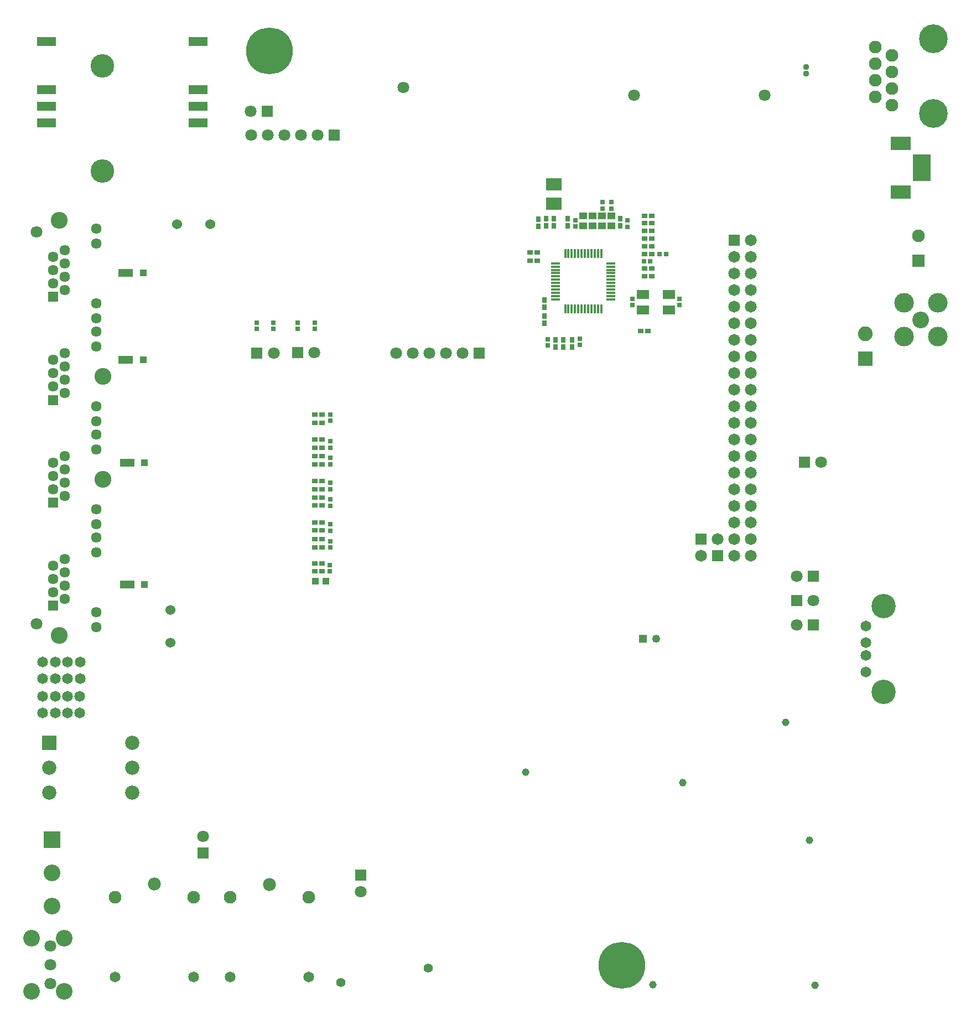
<source format=gbs>
G04*
G04 #@! TF.GenerationSoftware,Altium Limited,Altium Designer,22.2.1 (43)*
G04*
G04 Layer_Color=16711935*
%FSLAX25Y25*%
%MOIN*%
G70*
G04*
G04 #@! TF.SameCoordinates,1D5F905C-50EE-4002-88AC-00FA8B853EC3*
G04*
G04*
G04 #@! TF.FilePolarity,Negative*
G04*
G01*
G75*
%ADD97R,0.02953X0.03543*%
%ADD98R,0.03543X0.02953*%
%ADD101R,0.03032X0.02795*%
%ADD117R,0.02795X0.03032*%
%ADD144R,0.07677X0.05315*%
%ADD167C,0.10039*%
%ADD168C,0.11811*%
%ADD169C,0.07087*%
%ADD170R,0.10591X0.16339*%
%ADD171R,0.12402X0.08465*%
%ADD172C,0.07677*%
%ADD173R,0.07677X0.07677*%
%ADD174R,0.08858X0.08858*%
%ADD175C,0.08858*%
%ADD176C,0.07146*%
%ADD177R,0.07146X0.07146*%
%ADD178C,0.04921*%
%ADD179R,0.04921X0.04921*%
%ADD180C,0.04528*%
%ADD181R,0.07087X0.07087*%
%ADD182C,0.08563*%
%ADD183R,0.08563X0.08563*%
%ADD184C,0.14173*%
%ADD185C,0.14646*%
%ADD186C,0.06496*%
%ADD187C,0.17323*%
%ADD188R,0.07087X0.07087*%
%ADD189C,0.03740*%
%ADD190C,0.07835*%
%ADD191R,0.10039X0.10039*%
%ADD192C,0.28150*%
%ADD193C,0.06028*%
%ADD194C,0.10158*%
%ADD195C,0.06347*%
%ADD196R,0.06347X0.06347*%
%ADD197C,0.05591*%
%ADD249R,0.01181X0.05709*%
%ADD250R,0.05709X0.01181*%
%ADD255R,0.11221X0.05315*%
%ADD256R,0.03937X0.03937*%
%ADD257R,0.09134X0.05000*%
%ADD258R,0.04528X0.03937*%
%ADD259R,0.09646X0.07677*%
%ADD260R,0.04134X0.04331*%
D97*
X329429Y476782D02*
D03*
Y481113D02*
D03*
X360931D02*
D03*
Y476782D02*
D03*
X331930Y403987D02*
D03*
Y408318D02*
D03*
X326851Y403948D02*
D03*
Y408278D02*
D03*
X311653Y476743D02*
D03*
Y481074D02*
D03*
X321103Y476782D02*
D03*
Y481113D02*
D03*
X316379D02*
D03*
Y476782D02*
D03*
X315552Y432334D02*
D03*
Y428003D02*
D03*
X322127Y408278D02*
D03*
Y403948D02*
D03*
X315551Y418159D02*
D03*
Y422490D02*
D03*
D98*
X311182Y455956D02*
D03*
X306851D02*
D03*
X311182Y460878D02*
D03*
X306851D02*
D03*
X373583Y413593D02*
D03*
X377914D02*
D03*
X380158Y464494D02*
D03*
X375828D02*
D03*
X380158Y469141D02*
D03*
X375828D02*
D03*
X380158Y473787D02*
D03*
X375828D02*
D03*
X380158Y483079D02*
D03*
X375828D02*
D03*
Y451148D02*
D03*
X380158D02*
D03*
X375828Y446502D02*
D03*
X380158D02*
D03*
X375828Y459847D02*
D03*
X380158D02*
D03*
X375828Y478551D02*
D03*
X380158D02*
D03*
X177127Y283317D02*
D03*
X181457D02*
D03*
X177127Y288239D02*
D03*
X181457D02*
D03*
X177127Y293435D02*
D03*
X181457D02*
D03*
X177127Y308435D02*
D03*
X181457D02*
D03*
X177127Y313357D02*
D03*
X181457D02*
D03*
X177127Y318395D02*
D03*
X181457D02*
D03*
X177127Y323318D02*
D03*
X181457D02*
D03*
X177127Y343396D02*
D03*
X181457D02*
D03*
X177127Y348319D02*
D03*
X181457D02*
D03*
X177127Y363278D02*
D03*
X181457D02*
D03*
X177127Y358356D02*
D03*
X181457D02*
D03*
Y273436D02*
D03*
X177127D02*
D03*
X181457Y268907D02*
D03*
X177127D02*
D03*
Y333396D02*
D03*
X181457D02*
D03*
X177127Y338318D02*
D03*
X181457D02*
D03*
X177127Y298357D02*
D03*
X181457D02*
D03*
D101*
X336615Y409066D02*
D03*
Y405286D02*
D03*
X396654Y432963D02*
D03*
Y429184D02*
D03*
X368504D02*
D03*
Y432963D02*
D03*
X350473Y491114D02*
D03*
Y487334D02*
D03*
X355631Y491113D02*
D03*
Y487333D02*
D03*
X317520Y404932D02*
D03*
Y408711D02*
D03*
X177048Y414814D02*
D03*
Y418593D02*
D03*
X142205Y414814D02*
D03*
Y418593D02*
D03*
X152245Y414814D02*
D03*
Y418593D02*
D03*
X166772Y414814D02*
D03*
Y418593D02*
D03*
X365499Y480188D02*
D03*
Y476408D02*
D03*
X333997Y480247D02*
D03*
Y476467D02*
D03*
X186025Y268948D02*
D03*
Y272727D02*
D03*
X186379Y283278D02*
D03*
Y287058D02*
D03*
X186321Y293396D02*
D03*
Y297176D02*
D03*
Y308357D02*
D03*
Y312137D02*
D03*
Y318357D02*
D03*
Y322137D02*
D03*
Y343357D02*
D03*
Y347137D02*
D03*
X186339Y363318D02*
D03*
Y359538D02*
D03*
X186321Y333357D02*
D03*
Y337137D02*
D03*
D117*
X384903Y459774D02*
D03*
X388683D02*
D03*
X379233Y455441D02*
D03*
X375453D02*
D03*
D144*
X390394Y426192D02*
D03*
X374646D02*
D03*
Y435640D02*
D03*
X390394D02*
D03*
D167*
X542224Y420374D02*
D03*
X26064Y47845D02*
D03*
Y15956D02*
D03*
X6379D02*
D03*
Y47845D02*
D03*
X18780Y87412D02*
D03*
Y67412D02*
D03*
D168*
X532087Y410236D02*
D03*
X552362D02*
D03*
Y430512D02*
D03*
X532087D02*
D03*
D169*
X17599Y43318D02*
D03*
Y31861D02*
D03*
Y20483D02*
D03*
X448150Y555444D02*
D03*
X369410D02*
D03*
X109922Y109223D02*
D03*
X230434Y560208D02*
D03*
X176876Y400444D02*
D03*
X152284Y400365D02*
D03*
X138347Y546034D02*
D03*
X204686Y75877D02*
D03*
X168623Y531704D02*
D03*
X178623D02*
D03*
X158623D02*
D03*
X148623D02*
D03*
X138623D02*
D03*
X9528Y237196D02*
D03*
Y473180D02*
D03*
X226143Y400089D02*
D03*
X236142D02*
D03*
X246143D02*
D03*
X266143D02*
D03*
X256142D02*
D03*
X482205Y334696D02*
D03*
X477402Y251231D02*
D03*
X467402Y265877D02*
D03*
Y236546D02*
D03*
D170*
X542717Y511979D02*
D03*
D171*
X530119Y497215D02*
D03*
Y526743D02*
D03*
D172*
X540748Y470905D02*
D03*
X514922Y584597D02*
D03*
X524922Y579597D02*
D03*
X514922Y574597D02*
D03*
X524922Y569597D02*
D03*
X514922Y564597D02*
D03*
X524922Y559597D02*
D03*
X514922Y554597D02*
D03*
X524922Y549597D02*
D03*
X173465Y72530D02*
D03*
X126221D02*
D03*
X104097Y72572D02*
D03*
X56853D02*
D03*
D173*
X540748Y455905D02*
D03*
D174*
X508662Y396940D02*
D03*
D175*
Y411940D02*
D03*
D176*
X409725Y278219D02*
D03*
X419725Y288219D02*
D03*
X439725Y278219D02*
D03*
X429725D02*
D03*
X439725Y288219D02*
D03*
X429725D02*
D03*
X439725Y298219D02*
D03*
X429725D02*
D03*
X439725Y308219D02*
D03*
X429725D02*
D03*
X439725Y318219D02*
D03*
X429725D02*
D03*
X439725Y328219D02*
D03*
X429725D02*
D03*
X439725Y338219D02*
D03*
X429725D02*
D03*
X439725Y348219D02*
D03*
X429725D02*
D03*
X439725Y358219D02*
D03*
X429725D02*
D03*
X439725Y368219D02*
D03*
X429725D02*
D03*
X439725Y378219D02*
D03*
X429725D02*
D03*
X439725Y388219D02*
D03*
X429725D02*
D03*
X439725Y398219D02*
D03*
X429725D02*
D03*
X439725Y408219D02*
D03*
X429725D02*
D03*
X439725Y418219D02*
D03*
X429725D02*
D03*
X439725Y428219D02*
D03*
X429725D02*
D03*
X439725Y438219D02*
D03*
X429725D02*
D03*
X439725Y448219D02*
D03*
X429725D02*
D03*
X439725Y458219D02*
D03*
X429725D02*
D03*
X439725Y468219D02*
D03*
D177*
X409725Y288219D02*
D03*
X419725Y278219D02*
D03*
X429725Y468219D02*
D03*
D178*
X382639Y228239D02*
D03*
D179*
X374764D02*
D03*
D180*
X398859Y141428D02*
D03*
X460709Y177795D02*
D03*
X303977Y148003D02*
D03*
X475198Y106822D02*
D03*
X478268Y19420D02*
D03*
X380827Y19774D02*
D03*
D181*
X109922Y99145D02*
D03*
X204686Y85956D02*
D03*
D182*
X67127Y135522D02*
D03*
X17127D02*
D03*
X67127Y150522D02*
D03*
X17127D02*
D03*
X67127Y165522D02*
D03*
D183*
X17127D02*
D03*
D184*
X49213Y573396D02*
D03*
Y509853D02*
D03*
D185*
X519922Y248003D02*
D03*
Y196271D02*
D03*
D186*
X509253Y235916D02*
D03*
Y226074D02*
D03*
Y218200D02*
D03*
Y208357D02*
D03*
X173465Y24499D02*
D03*
X126221D02*
D03*
X104097Y24541D02*
D03*
X56853D02*
D03*
X13233Y204223D02*
D03*
Y214223D02*
D03*
X20713Y204223D02*
D03*
Y214223D02*
D03*
X28194Y204223D02*
D03*
Y214223D02*
D03*
X35674Y204223D02*
D03*
Y214223D02*
D03*
X13115Y183632D02*
D03*
Y193632D02*
D03*
X20595Y183632D02*
D03*
Y193632D02*
D03*
X28076Y183632D02*
D03*
Y193632D02*
D03*
X35556Y183632D02*
D03*
Y193632D02*
D03*
D187*
X549922Y544597D02*
D03*
Y589597D02*
D03*
D188*
X166797Y400444D02*
D03*
X142205Y400365D02*
D03*
X148426Y546034D02*
D03*
X188623Y531704D02*
D03*
X276143Y400089D02*
D03*
X472127Y334696D02*
D03*
X467324Y251231D02*
D03*
X477481Y265877D02*
D03*
Y236546D02*
D03*
D189*
X473011Y568711D02*
D03*
Y572648D02*
D03*
D190*
X149843Y80404D02*
D03*
X80475Y80446D02*
D03*
D191*
X18780Y107412D02*
D03*
D192*
X362245Y31546D02*
D03*
X149725Y582412D02*
D03*
D193*
X90001Y225956D02*
D03*
Y245640D02*
D03*
X94253Y477963D02*
D03*
X113938D02*
D03*
D194*
X23032Y230188D02*
D03*
X49528Y324164D02*
D03*
Y386172D02*
D03*
X23032Y480188D02*
D03*
D195*
X45513Y289164D02*
D03*
Y280148D02*
D03*
Y244164D02*
D03*
Y235148D02*
D03*
X26536Y276172D02*
D03*
X19528Y272176D02*
D03*
X26536Y268180D02*
D03*
X19528Y264184D02*
D03*
X26536Y260188D02*
D03*
X19528Y256192D02*
D03*
X26536Y252196D02*
D03*
X45513Y351172D02*
D03*
Y342156D02*
D03*
Y306172D02*
D03*
Y297156D02*
D03*
X26536Y338180D02*
D03*
X19528Y334184D02*
D03*
X26536Y330188D02*
D03*
X19528Y326192D02*
D03*
X26536Y322196D02*
D03*
X19528Y318200D02*
D03*
X26536Y314204D02*
D03*
X45513Y413180D02*
D03*
Y404164D02*
D03*
Y368180D02*
D03*
Y359164D02*
D03*
X26536Y400188D02*
D03*
X19528Y396192D02*
D03*
X26536Y392196D02*
D03*
X19528Y388200D02*
D03*
X26536Y384204D02*
D03*
X19528Y380207D02*
D03*
X26536Y376211D02*
D03*
X45513Y475188D02*
D03*
Y466172D02*
D03*
Y430188D02*
D03*
Y421172D02*
D03*
X26536Y462196D02*
D03*
X19528Y458200D02*
D03*
X26536Y454204D02*
D03*
X19528Y450208D02*
D03*
X26536Y446211D02*
D03*
X19528Y442215D02*
D03*
X26536Y438219D02*
D03*
D196*
X19528Y248200D02*
D03*
Y310208D02*
D03*
Y372078D02*
D03*
Y434223D02*
D03*
D197*
X192796Y21389D02*
D03*
X245473Y29814D02*
D03*
X372245Y31546D02*
D03*
X362245Y21546D02*
D03*
X355245Y39046D02*
D03*
X369245Y25046D02*
D03*
X355245Y24546D02*
D03*
X369245Y38546D02*
D03*
X352245Y31546D02*
D03*
X362245Y41546D02*
D03*
X159725Y582412D02*
D03*
X149725Y572412D02*
D03*
X142725Y589912D02*
D03*
X156725Y575912D02*
D03*
X142725Y575412D02*
D03*
X156725Y589412D02*
D03*
X139725Y582412D02*
D03*
X149725Y592412D02*
D03*
D249*
X349607Y426881D02*
D03*
X347639D02*
D03*
X345670D02*
D03*
X343702D02*
D03*
X341733D02*
D03*
X339764D02*
D03*
X337796D02*
D03*
X335827D02*
D03*
X333859D02*
D03*
X331891D02*
D03*
X329922D02*
D03*
X327954D02*
D03*
Y460148D02*
D03*
X329922D02*
D03*
X331891D02*
D03*
X333859D02*
D03*
X335827D02*
D03*
X337796D02*
D03*
X339764D02*
D03*
X341733D02*
D03*
X343702D02*
D03*
X345670D02*
D03*
X347639D02*
D03*
X349607D02*
D03*
D250*
X322146Y432688D02*
D03*
Y434656D02*
D03*
Y436625D02*
D03*
Y438593D02*
D03*
Y440562D02*
D03*
Y442530D02*
D03*
Y444499D02*
D03*
Y446467D02*
D03*
Y448436D02*
D03*
Y450404D02*
D03*
Y452373D02*
D03*
Y454341D02*
D03*
X355414D02*
D03*
Y452373D02*
D03*
Y450404D02*
D03*
Y448436D02*
D03*
Y446467D02*
D03*
Y444499D02*
D03*
Y442530D02*
D03*
Y440562D02*
D03*
Y438593D02*
D03*
Y436625D02*
D03*
Y434656D02*
D03*
Y432688D02*
D03*
D255*
X106694Y587806D02*
D03*
X15355D02*
D03*
X106694Y538987D02*
D03*
Y548987D02*
D03*
Y558987D02*
D03*
X15355D02*
D03*
Y548987D02*
D03*
Y538987D02*
D03*
D256*
X74528Y261074D02*
D03*
Y334263D02*
D03*
X73662Y396310D02*
D03*
Y448711D02*
D03*
D257*
X63977Y261074D02*
D03*
Y334263D02*
D03*
X63111Y396310D02*
D03*
Y448711D02*
D03*
D258*
X338899Y476979D02*
D03*
Y482885D02*
D03*
X355674D02*
D03*
Y476979D02*
D03*
X350082Y482885D02*
D03*
Y476979D02*
D03*
X344491Y482885D02*
D03*
Y476979D02*
D03*
D259*
X321024Y490365D02*
D03*
Y501782D02*
D03*
D260*
X183623Y263003D02*
D03*
X177324D02*
D03*
M02*

</source>
